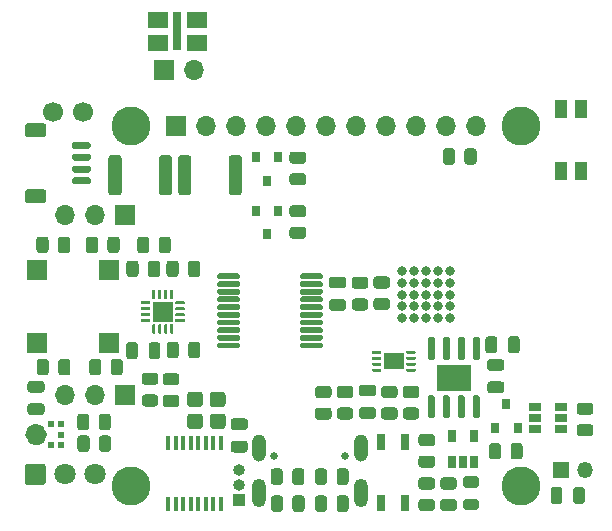
<source format=gbr>
%TF.GenerationSoftware,KiCad,Pcbnew,5.1.9*%
%TF.CreationDate,2021-02-12T16:46:07+00:00*%
%TF.ProjectId,watch2,77617463-6832-42e6-9b69-6361645f7063,rev?*%
%TF.SameCoordinates,Original*%
%TF.FileFunction,Soldermask,Top*%
%TF.FilePolarity,Negative*%
%FSLAX46Y46*%
G04 Gerber Fmt 4.6, Leading zero omitted, Abs format (unit mm)*
G04 Created by KiCad (PCBNEW 5.1.9) date 2021-02-12 16:46:07*
%MOMM*%
%LPD*%
G01*
G04 APERTURE LIST*
%ADD10C,0.912000*%
%ADD11R,1.000000X1.550000*%
%ADD12C,0.800000*%
%ADD13C,0.600000*%
%ADD14C,0.630000*%
%ADD15O,1.158000X2.316000*%
%ADD16O,1.200000X2.400000*%
%ADD17R,1.700000X1.700000*%
%ADD18O,1.700000X1.700000*%
%ADD19C,3.301600*%
%ADD20R,1.350000X1.350000*%
%ADD21O,1.350000X1.350000*%
%ADD22R,0.700000X3.200000*%
%ADD23R,1.700000X1.350000*%
%ADD24R,1.000000X1.000000*%
%ADD25O,1.000000X1.000000*%
%ADD26C,1.700000*%
%ADD27R,1.800000X1.800000*%
%ADD28R,0.522000X0.600000*%
%ADD29R,0.800000X0.900000*%
%ADD30R,0.700000X1.450000*%
%ADD31R,0.400000X1.200000*%
%ADD32R,0.650000X1.060000*%
%ADD33R,1.700000X1.400000*%
%ADD34R,1.060000X0.650000*%
%ADD35R,3.000000X2.290000*%
%ADD36C,1.800000*%
G04 APERTURE END LIST*
D10*
%TO.C,MK1*%
X129551500Y-113855500D02*
G75*
G03*
X129551500Y-113855500I-456000J0D01*
G01*
%TD*%
D11*
%TO.C,IO0*%
X175221000Y-91525000D03*
X175221000Y-86275000D03*
X173521000Y-86275000D03*
X173521000Y-91525000D03*
%TD*%
D12*
%TO.C,U7*%
X164106000Y-100000000D03*
X163106000Y-100000000D03*
X162106000Y-100000000D03*
X161106000Y-100000000D03*
X160106000Y-100000000D03*
X164106000Y-102000000D03*
X163106000Y-102000000D03*
X162106000Y-102000000D03*
X161106000Y-102000000D03*
X160106000Y-102000000D03*
X160106000Y-101000000D03*
X161106000Y-101000000D03*
X162106000Y-101000000D03*
X163106000Y-101000000D03*
X164106000Y-101000000D03*
X164106000Y-103000000D03*
X163106000Y-103000000D03*
X162106000Y-103000000D03*
X161106000Y-103000000D03*
X160106000Y-103000000D03*
X160106000Y-104000000D03*
X161106000Y-104000000D03*
X162106000Y-104000000D03*
X163106000Y-104000000D03*
X164106000Y-104000000D03*
%TD*%
D13*
%TO.C,J1*%
X149273000Y-115697000D03*
D14*
X149273000Y-115697000D03*
X155273000Y-115697000D03*
D15*
X156593000Y-114972000D03*
X147953000Y-114972000D03*
D16*
X156593000Y-118797000D03*
X147953000Y-118797000D03*
%TD*%
%TO.C,R28*%
G36*
G01*
X139497000Y-93334750D02*
X139497000Y-90434250D01*
G75*
G02*
X139746750Y-90184500I249750J0D01*
G01*
X140372250Y-90184500D01*
G75*
G02*
X140622000Y-90434250I0J-249750D01*
G01*
X140622000Y-93334750D01*
G75*
G02*
X140372250Y-93584500I-249750J0D01*
G01*
X139746750Y-93584500D01*
G75*
G02*
X139497000Y-93334750I0J249750D01*
G01*
G37*
G36*
G01*
X135222000Y-93334750D02*
X135222000Y-90434250D01*
G75*
G02*
X135471750Y-90184500I249750J0D01*
G01*
X136097250Y-90184500D01*
G75*
G02*
X136347000Y-90434250I0J-249750D01*
G01*
X136347000Y-93334750D01*
G75*
G02*
X136097250Y-93584500I-249750J0D01*
G01*
X135471750Y-93584500D01*
G75*
G02*
X135222000Y-93334750I0J249750D01*
G01*
G37*
%TD*%
%TO.C,R32*%
G36*
G01*
X150806999Y-91713000D02*
X151707001Y-91713000D01*
G75*
G02*
X151957000Y-91962999I0J-249999D01*
G01*
X151957000Y-92488001D01*
G75*
G02*
X151707001Y-92738000I-249999J0D01*
G01*
X150806999Y-92738000D01*
G75*
G02*
X150557000Y-92488001I0J249999D01*
G01*
X150557000Y-91962999D01*
G75*
G02*
X150806999Y-91713000I249999J0D01*
G01*
G37*
G36*
G01*
X150806999Y-89888000D02*
X151707001Y-89888000D01*
G75*
G02*
X151957000Y-90137999I0J-249999D01*
G01*
X151957000Y-90663001D01*
G75*
G02*
X151707001Y-90913000I-249999J0D01*
G01*
X150806999Y-90913000D01*
G75*
G02*
X150557000Y-90663001I0J249999D01*
G01*
X150557000Y-90137999D01*
G75*
G02*
X150806999Y-89888000I249999J0D01*
G01*
G37*
%TD*%
D17*
%TO.C,J4*%
X136652000Y-95250000D03*
D18*
X134112000Y-95250000D03*
X131572000Y-95250000D03*
%TD*%
%TO.C,J2*%
G36*
G01*
X132312000Y-89068500D02*
X133562000Y-89068500D01*
G75*
G02*
X133712000Y-89218500I0J-150000D01*
G01*
X133712000Y-89518500D01*
G75*
G02*
X133562000Y-89668500I-150000J0D01*
G01*
X132312000Y-89668500D01*
G75*
G02*
X132162000Y-89518500I0J150000D01*
G01*
X132162000Y-89218500D01*
G75*
G02*
X132312000Y-89068500I150000J0D01*
G01*
G37*
G36*
G01*
X132312000Y-90068500D02*
X133562000Y-90068500D01*
G75*
G02*
X133712000Y-90218500I0J-150000D01*
G01*
X133712000Y-90518500D01*
G75*
G02*
X133562000Y-90668500I-150000J0D01*
G01*
X132312000Y-90668500D01*
G75*
G02*
X132162000Y-90518500I0J150000D01*
G01*
X132162000Y-90218500D01*
G75*
G02*
X132312000Y-90068500I150000J0D01*
G01*
G37*
G36*
G01*
X132312000Y-91068500D02*
X133562000Y-91068500D01*
G75*
G02*
X133712000Y-91218500I0J-150000D01*
G01*
X133712000Y-91518500D01*
G75*
G02*
X133562000Y-91668500I-150000J0D01*
G01*
X132312000Y-91668500D01*
G75*
G02*
X132162000Y-91518500I0J150000D01*
G01*
X132162000Y-91218500D01*
G75*
G02*
X132312000Y-91068500I150000J0D01*
G01*
G37*
G36*
G01*
X132312000Y-92068500D02*
X133562000Y-92068500D01*
G75*
G02*
X133712000Y-92218500I0J-150000D01*
G01*
X133712000Y-92518500D01*
G75*
G02*
X133562000Y-92668500I-150000J0D01*
G01*
X132312000Y-92668500D01*
G75*
G02*
X132162000Y-92518500I0J150000D01*
G01*
X132162000Y-92218500D01*
G75*
G02*
X132312000Y-92068500I150000J0D01*
G01*
G37*
G36*
G01*
X128411999Y-87468500D02*
X129712001Y-87468500D01*
G75*
G02*
X129962000Y-87718499I0J-249999D01*
G01*
X129962000Y-88418501D01*
G75*
G02*
X129712001Y-88668500I-249999J0D01*
G01*
X128411999Y-88668500D01*
G75*
G02*
X128162000Y-88418501I0J249999D01*
G01*
X128162000Y-87718499D01*
G75*
G02*
X128411999Y-87468500I249999J0D01*
G01*
G37*
G36*
G01*
X128411999Y-93068500D02*
X129712001Y-93068500D01*
G75*
G02*
X129962000Y-93318499I0J-249999D01*
G01*
X129962000Y-94018501D01*
G75*
G02*
X129712001Y-94268500I-249999J0D01*
G01*
X128411999Y-94268500D01*
G75*
G02*
X128162000Y-94018501I0J249999D01*
G01*
X128162000Y-93318499D01*
G75*
G02*
X128411999Y-93068500I249999J0D01*
G01*
G37*
%TD*%
%TO.C,U6*%
G36*
G01*
X146357500Y-106178000D02*
X146357500Y-106428000D01*
G75*
G02*
X146232500Y-106553000I-125000J0D01*
G01*
X144582500Y-106553000D01*
G75*
G02*
X144457500Y-106428000I0J125000D01*
G01*
X144457500Y-106178000D01*
G75*
G02*
X144582500Y-106053000I125000J0D01*
G01*
X146232500Y-106053000D01*
G75*
G02*
X146357500Y-106178000I0J-125000D01*
G01*
G37*
G36*
G01*
X146357500Y-105528000D02*
X146357500Y-105778000D01*
G75*
G02*
X146232500Y-105903000I-125000J0D01*
G01*
X144582500Y-105903000D01*
G75*
G02*
X144457500Y-105778000I0J125000D01*
G01*
X144457500Y-105528000D01*
G75*
G02*
X144582500Y-105403000I125000J0D01*
G01*
X146232500Y-105403000D01*
G75*
G02*
X146357500Y-105528000I0J-125000D01*
G01*
G37*
G36*
G01*
X146357500Y-104878000D02*
X146357500Y-105128000D01*
G75*
G02*
X146232500Y-105253000I-125000J0D01*
G01*
X144582500Y-105253000D01*
G75*
G02*
X144457500Y-105128000I0J125000D01*
G01*
X144457500Y-104878000D01*
G75*
G02*
X144582500Y-104753000I125000J0D01*
G01*
X146232500Y-104753000D01*
G75*
G02*
X146357500Y-104878000I0J-125000D01*
G01*
G37*
G36*
G01*
X146357500Y-104228000D02*
X146357500Y-104478000D01*
G75*
G02*
X146232500Y-104603000I-125000J0D01*
G01*
X144582500Y-104603000D01*
G75*
G02*
X144457500Y-104478000I0J125000D01*
G01*
X144457500Y-104228000D01*
G75*
G02*
X144582500Y-104103000I125000J0D01*
G01*
X146232500Y-104103000D01*
G75*
G02*
X146357500Y-104228000I0J-125000D01*
G01*
G37*
G36*
G01*
X146357500Y-103578000D02*
X146357500Y-103828000D01*
G75*
G02*
X146232500Y-103953000I-125000J0D01*
G01*
X144582500Y-103953000D01*
G75*
G02*
X144457500Y-103828000I0J125000D01*
G01*
X144457500Y-103578000D01*
G75*
G02*
X144582500Y-103453000I125000J0D01*
G01*
X146232500Y-103453000D01*
G75*
G02*
X146357500Y-103578000I0J-125000D01*
G01*
G37*
G36*
G01*
X146357500Y-102928000D02*
X146357500Y-103178000D01*
G75*
G02*
X146232500Y-103303000I-125000J0D01*
G01*
X144582500Y-103303000D01*
G75*
G02*
X144457500Y-103178000I0J125000D01*
G01*
X144457500Y-102928000D01*
G75*
G02*
X144582500Y-102803000I125000J0D01*
G01*
X146232500Y-102803000D01*
G75*
G02*
X146357500Y-102928000I0J-125000D01*
G01*
G37*
G36*
G01*
X146357500Y-102278000D02*
X146357500Y-102528000D01*
G75*
G02*
X146232500Y-102653000I-125000J0D01*
G01*
X144582500Y-102653000D01*
G75*
G02*
X144457500Y-102528000I0J125000D01*
G01*
X144457500Y-102278000D01*
G75*
G02*
X144582500Y-102153000I125000J0D01*
G01*
X146232500Y-102153000D01*
G75*
G02*
X146357500Y-102278000I0J-125000D01*
G01*
G37*
G36*
G01*
X146357500Y-101628000D02*
X146357500Y-101878000D01*
G75*
G02*
X146232500Y-102003000I-125000J0D01*
G01*
X144582500Y-102003000D01*
G75*
G02*
X144457500Y-101878000I0J125000D01*
G01*
X144457500Y-101628000D01*
G75*
G02*
X144582500Y-101503000I125000J0D01*
G01*
X146232500Y-101503000D01*
G75*
G02*
X146357500Y-101628000I0J-125000D01*
G01*
G37*
G36*
G01*
X146357500Y-100978000D02*
X146357500Y-101228000D01*
G75*
G02*
X146232500Y-101353000I-125000J0D01*
G01*
X144582500Y-101353000D01*
G75*
G02*
X144457500Y-101228000I0J125000D01*
G01*
X144457500Y-100978000D01*
G75*
G02*
X144582500Y-100853000I125000J0D01*
G01*
X146232500Y-100853000D01*
G75*
G02*
X146357500Y-100978000I0J-125000D01*
G01*
G37*
G36*
G01*
X146357500Y-100328000D02*
X146357500Y-100578000D01*
G75*
G02*
X146232500Y-100703000I-125000J0D01*
G01*
X144582500Y-100703000D01*
G75*
G02*
X144457500Y-100578000I0J125000D01*
G01*
X144457500Y-100328000D01*
G75*
G02*
X144582500Y-100203000I125000J0D01*
G01*
X146232500Y-100203000D01*
G75*
G02*
X146357500Y-100328000I0J-125000D01*
G01*
G37*
G36*
G01*
X153357500Y-100328000D02*
X153357500Y-100578000D01*
G75*
G02*
X153232500Y-100703000I-125000J0D01*
G01*
X151582500Y-100703000D01*
G75*
G02*
X151457500Y-100578000I0J125000D01*
G01*
X151457500Y-100328000D01*
G75*
G02*
X151582500Y-100203000I125000J0D01*
G01*
X153232500Y-100203000D01*
G75*
G02*
X153357500Y-100328000I0J-125000D01*
G01*
G37*
G36*
G01*
X153357500Y-100978000D02*
X153357500Y-101228000D01*
G75*
G02*
X153232500Y-101353000I-125000J0D01*
G01*
X151582500Y-101353000D01*
G75*
G02*
X151457500Y-101228000I0J125000D01*
G01*
X151457500Y-100978000D01*
G75*
G02*
X151582500Y-100853000I125000J0D01*
G01*
X153232500Y-100853000D01*
G75*
G02*
X153357500Y-100978000I0J-125000D01*
G01*
G37*
G36*
G01*
X153357500Y-101628000D02*
X153357500Y-101878000D01*
G75*
G02*
X153232500Y-102003000I-125000J0D01*
G01*
X151582500Y-102003000D01*
G75*
G02*
X151457500Y-101878000I0J125000D01*
G01*
X151457500Y-101628000D01*
G75*
G02*
X151582500Y-101503000I125000J0D01*
G01*
X153232500Y-101503000D01*
G75*
G02*
X153357500Y-101628000I0J-125000D01*
G01*
G37*
G36*
G01*
X153357500Y-102278000D02*
X153357500Y-102528000D01*
G75*
G02*
X153232500Y-102653000I-125000J0D01*
G01*
X151582500Y-102653000D01*
G75*
G02*
X151457500Y-102528000I0J125000D01*
G01*
X151457500Y-102278000D01*
G75*
G02*
X151582500Y-102153000I125000J0D01*
G01*
X153232500Y-102153000D01*
G75*
G02*
X153357500Y-102278000I0J-125000D01*
G01*
G37*
G36*
G01*
X153357500Y-102928000D02*
X153357500Y-103178000D01*
G75*
G02*
X153232500Y-103303000I-125000J0D01*
G01*
X151582500Y-103303000D01*
G75*
G02*
X151457500Y-103178000I0J125000D01*
G01*
X151457500Y-102928000D01*
G75*
G02*
X151582500Y-102803000I125000J0D01*
G01*
X153232500Y-102803000D01*
G75*
G02*
X153357500Y-102928000I0J-125000D01*
G01*
G37*
G36*
G01*
X153357500Y-103578000D02*
X153357500Y-103828000D01*
G75*
G02*
X153232500Y-103953000I-125000J0D01*
G01*
X151582500Y-103953000D01*
G75*
G02*
X151457500Y-103828000I0J125000D01*
G01*
X151457500Y-103578000D01*
G75*
G02*
X151582500Y-103453000I125000J0D01*
G01*
X153232500Y-103453000D01*
G75*
G02*
X153357500Y-103578000I0J-125000D01*
G01*
G37*
G36*
G01*
X153357500Y-104228000D02*
X153357500Y-104478000D01*
G75*
G02*
X153232500Y-104603000I-125000J0D01*
G01*
X151582500Y-104603000D01*
G75*
G02*
X151457500Y-104478000I0J125000D01*
G01*
X151457500Y-104228000D01*
G75*
G02*
X151582500Y-104103000I125000J0D01*
G01*
X153232500Y-104103000D01*
G75*
G02*
X153357500Y-104228000I0J-125000D01*
G01*
G37*
G36*
G01*
X153357500Y-104878000D02*
X153357500Y-105128000D01*
G75*
G02*
X153232500Y-105253000I-125000J0D01*
G01*
X151582500Y-105253000D01*
G75*
G02*
X151457500Y-105128000I0J125000D01*
G01*
X151457500Y-104878000D01*
G75*
G02*
X151582500Y-104753000I125000J0D01*
G01*
X153232500Y-104753000D01*
G75*
G02*
X153357500Y-104878000I0J-125000D01*
G01*
G37*
G36*
G01*
X153357500Y-105528000D02*
X153357500Y-105778000D01*
G75*
G02*
X153232500Y-105903000I-125000J0D01*
G01*
X151582500Y-105903000D01*
G75*
G02*
X151457500Y-105778000I0J125000D01*
G01*
X151457500Y-105528000D01*
G75*
G02*
X151582500Y-105403000I125000J0D01*
G01*
X153232500Y-105403000D01*
G75*
G02*
X153357500Y-105528000I0J-125000D01*
G01*
G37*
G36*
G01*
X153357500Y-106178000D02*
X153357500Y-106428000D01*
G75*
G02*
X153232500Y-106553000I-125000J0D01*
G01*
X151582500Y-106553000D01*
G75*
G02*
X151457500Y-106428000I0J125000D01*
G01*
X151457500Y-106178000D01*
G75*
G02*
X151582500Y-106053000I125000J0D01*
G01*
X153232500Y-106053000D01*
G75*
G02*
X153357500Y-106178000I0J-125000D01*
G01*
G37*
%TD*%
D19*
%TO.C,U$7*%
X137134600Y-118198900D03*
%TD*%
%TO.C,U$8*%
X170154600Y-118198900D03*
%TD*%
%TO.C,U$9*%
X137134600Y-87718900D03*
%TD*%
%TO.C,U$10*%
X170154600Y-87718900D03*
%TD*%
D20*
%TO.C,BT1*%
X173577500Y-116840000D03*
D21*
X175577500Y-116840000D03*
%TD*%
%TO.C,C1*%
G36*
G01*
X145829000Y-112466500D02*
X146779000Y-112466500D01*
G75*
G02*
X147029000Y-112716500I0J-250000D01*
G01*
X147029000Y-113216500D01*
G75*
G02*
X146779000Y-113466500I-250000J0D01*
G01*
X145829000Y-113466500D01*
G75*
G02*
X145579000Y-113216500I0J250000D01*
G01*
X145579000Y-112716500D01*
G75*
G02*
X145829000Y-112466500I250000J0D01*
G01*
G37*
G36*
G01*
X145829000Y-114366500D02*
X146779000Y-114366500D01*
G75*
G02*
X147029000Y-114616500I0J-250000D01*
G01*
X147029000Y-115116500D01*
G75*
G02*
X146779000Y-115366500I-250000J0D01*
G01*
X145829000Y-115366500D01*
G75*
G02*
X145579000Y-115116500I0J250000D01*
G01*
X145579000Y-114616500D01*
G75*
G02*
X145829000Y-114366500I250000J0D01*
G01*
G37*
%TD*%
%TO.C,C2*%
G36*
G01*
X174567000Y-119474000D02*
X174567000Y-118524000D01*
G75*
G02*
X174817000Y-118274000I250000J0D01*
G01*
X175317000Y-118274000D01*
G75*
G02*
X175567000Y-118524000I0J-250000D01*
G01*
X175567000Y-119474000D01*
G75*
G02*
X175317000Y-119724000I-250000J0D01*
G01*
X174817000Y-119724000D01*
G75*
G02*
X174567000Y-119474000I0J250000D01*
G01*
G37*
G36*
G01*
X172667000Y-119474000D02*
X172667000Y-118524000D01*
G75*
G02*
X172917000Y-118274000I250000J0D01*
G01*
X173417000Y-118274000D01*
G75*
G02*
X173667000Y-118524000I0J-250000D01*
G01*
X173667000Y-119474000D01*
G75*
G02*
X173417000Y-119724000I-250000J0D01*
G01*
X172917000Y-119724000D01*
G75*
G02*
X172667000Y-119474000I0J250000D01*
G01*
G37*
%TD*%
%TO.C,C3*%
G36*
G01*
X156687500Y-111514000D02*
X157637500Y-111514000D01*
G75*
G02*
X157887500Y-111764000I0J-250000D01*
G01*
X157887500Y-112264000D01*
G75*
G02*
X157637500Y-112514000I-250000J0D01*
G01*
X156687500Y-112514000D01*
G75*
G02*
X156437500Y-112264000I0J250000D01*
G01*
X156437500Y-111764000D01*
G75*
G02*
X156687500Y-111514000I250000J0D01*
G01*
G37*
G36*
G01*
X156687500Y-109614000D02*
X157637500Y-109614000D01*
G75*
G02*
X157887500Y-109864000I0J-250000D01*
G01*
X157887500Y-110364000D01*
G75*
G02*
X157637500Y-110614000I-250000J0D01*
G01*
X156687500Y-110614000D01*
G75*
G02*
X156437500Y-110364000I0J250000D01*
G01*
X156437500Y-109864000D01*
G75*
G02*
X156687500Y-109614000I250000J0D01*
G01*
G37*
%TD*%
%TO.C,C4*%
G36*
G01*
X167546000Y-107450000D02*
X168496000Y-107450000D01*
G75*
G02*
X168746000Y-107700000I0J-250000D01*
G01*
X168746000Y-108200000D01*
G75*
G02*
X168496000Y-108450000I-250000J0D01*
G01*
X167546000Y-108450000D01*
G75*
G02*
X167296000Y-108200000I0J250000D01*
G01*
X167296000Y-107700000D01*
G75*
G02*
X167546000Y-107450000I250000J0D01*
G01*
G37*
G36*
G01*
X167546000Y-109350000D02*
X168496000Y-109350000D01*
G75*
G02*
X168746000Y-109600000I0J-250000D01*
G01*
X168746000Y-110100000D01*
G75*
G02*
X168496000Y-110350000I-250000J0D01*
G01*
X167546000Y-110350000D01*
G75*
G02*
X167296000Y-110100000I0J250000D01*
G01*
X167296000Y-109600000D01*
G75*
G02*
X167546000Y-109350000I250000J0D01*
G01*
G37*
%TD*%
%TO.C,C5*%
G36*
G01*
X155097500Y-103367500D02*
X154147500Y-103367500D01*
G75*
G02*
X153897500Y-103117500I0J250000D01*
G01*
X153897500Y-102617500D01*
G75*
G02*
X154147500Y-102367500I250000J0D01*
G01*
X155097500Y-102367500D01*
G75*
G02*
X155347500Y-102617500I0J-250000D01*
G01*
X155347500Y-103117500D01*
G75*
G02*
X155097500Y-103367500I-250000J0D01*
G01*
G37*
G36*
G01*
X155097500Y-101467500D02*
X154147500Y-101467500D01*
G75*
G02*
X153897500Y-101217500I0J250000D01*
G01*
X153897500Y-100717500D01*
G75*
G02*
X154147500Y-100467500I250000J0D01*
G01*
X155097500Y-100467500D01*
G75*
G02*
X155347500Y-100717500I0J-250000D01*
G01*
X155347500Y-101217500D01*
G75*
G02*
X155097500Y-101467500I-250000J0D01*
G01*
G37*
%TD*%
%TO.C,C6*%
G36*
G01*
X169045000Y-106710500D02*
X169045000Y-105760500D01*
G75*
G02*
X169295000Y-105510500I250000J0D01*
G01*
X169795000Y-105510500D01*
G75*
G02*
X170045000Y-105760500I0J-250000D01*
G01*
X170045000Y-106710500D01*
G75*
G02*
X169795000Y-106960500I-250000J0D01*
G01*
X169295000Y-106960500D01*
G75*
G02*
X169045000Y-106710500I0J250000D01*
G01*
G37*
G36*
G01*
X167145000Y-106710500D02*
X167145000Y-105760500D01*
G75*
G02*
X167395000Y-105510500I250000J0D01*
G01*
X167895000Y-105510500D01*
G75*
G02*
X168145000Y-105760500I0J-250000D01*
G01*
X168145000Y-106710500D01*
G75*
G02*
X167895000Y-106960500I-250000J0D01*
G01*
X167395000Y-106960500D01*
G75*
G02*
X167145000Y-106710500I0J250000D01*
G01*
G37*
%TD*%
%TO.C,C7*%
G36*
G01*
X138623500Y-107218500D02*
X138623500Y-106268500D01*
G75*
G02*
X138873500Y-106018500I250000J0D01*
G01*
X139373500Y-106018500D01*
G75*
G02*
X139623500Y-106268500I0J-250000D01*
G01*
X139623500Y-107218500D01*
G75*
G02*
X139373500Y-107468500I-250000J0D01*
G01*
X138873500Y-107468500D01*
G75*
G02*
X138623500Y-107218500I0J250000D01*
G01*
G37*
G36*
G01*
X136723500Y-107218500D02*
X136723500Y-106268500D01*
G75*
G02*
X136973500Y-106018500I250000J0D01*
G01*
X137473500Y-106018500D01*
G75*
G02*
X137723500Y-106268500I0J-250000D01*
G01*
X137723500Y-107218500D01*
G75*
G02*
X137473500Y-107468500I-250000J0D01*
G01*
X136973500Y-107468500D01*
G75*
G02*
X136723500Y-107218500I0J250000D01*
G01*
G37*
%TD*%
%TO.C,C8*%
G36*
G01*
X129570500Y-112196500D02*
X128620500Y-112196500D01*
G75*
G02*
X128370500Y-111946500I0J250000D01*
G01*
X128370500Y-111446500D01*
G75*
G02*
X128620500Y-111196500I250000J0D01*
G01*
X129570500Y-111196500D01*
G75*
G02*
X129820500Y-111446500I0J-250000D01*
G01*
X129820500Y-111946500D01*
G75*
G02*
X129570500Y-112196500I-250000J0D01*
G01*
G37*
G36*
G01*
X129570500Y-110296500D02*
X128620500Y-110296500D01*
G75*
G02*
X128370500Y-110046500I0J250000D01*
G01*
X128370500Y-109546500D01*
G75*
G02*
X128620500Y-109296500I250000J0D01*
G01*
X129570500Y-109296500D01*
G75*
G02*
X129820500Y-109546500I0J-250000D01*
G01*
X129820500Y-110046500D01*
G75*
G02*
X129570500Y-110296500I-250000J0D01*
G01*
G37*
%TD*%
%TO.C,D1*%
G36*
G01*
X166383500Y-118336000D02*
X165467500Y-118336000D01*
G75*
G02*
X165275500Y-118144000I0J192000D01*
G01*
X165275500Y-117528000D01*
G75*
G02*
X165467500Y-117336000I192000J0D01*
G01*
X166383500Y-117336000D01*
G75*
G02*
X166575500Y-117528000I0J-192000D01*
G01*
X166575500Y-118144000D01*
G75*
G02*
X166383500Y-118336000I-192000J0D01*
G01*
G37*
G36*
G01*
X166383500Y-120261000D02*
X165467500Y-120261000D01*
G75*
G02*
X165275500Y-120069000I0J192000D01*
G01*
X165275500Y-119453000D01*
G75*
G02*
X165467500Y-119261000I192000J0D01*
G01*
X166383500Y-119261000D01*
G75*
G02*
X166575500Y-119453000I0J-192000D01*
G01*
X166575500Y-120069000D01*
G75*
G02*
X166383500Y-120261000I-192000J0D01*
G01*
G37*
%TD*%
%TO.C,D2*%
G36*
G01*
X141895000Y-111271000D02*
X141895000Y-110471000D01*
G75*
G02*
X142145000Y-110221000I250000J0D01*
G01*
X142970000Y-110221000D01*
G75*
G02*
X143220000Y-110471000I0J-250000D01*
G01*
X143220000Y-111271000D01*
G75*
G02*
X142970000Y-111521000I-250000J0D01*
G01*
X142145000Y-111521000D01*
G75*
G02*
X141895000Y-111271000I0J250000D01*
G01*
G37*
G36*
G01*
X143820000Y-111271000D02*
X143820000Y-110471000D01*
G75*
G02*
X144070000Y-110221000I250000J0D01*
G01*
X144895000Y-110221000D01*
G75*
G02*
X145145000Y-110471000I0J-250000D01*
G01*
X145145000Y-111271000D01*
G75*
G02*
X144895000Y-111521000I-250000J0D01*
G01*
X144070000Y-111521000D01*
G75*
G02*
X143820000Y-111271000I0J250000D01*
G01*
G37*
%TD*%
%TO.C,D3*%
G36*
G01*
X141895000Y-113112500D02*
X141895000Y-112312500D01*
G75*
G02*
X142145000Y-112062500I250000J0D01*
G01*
X142970000Y-112062500D01*
G75*
G02*
X143220000Y-112312500I0J-250000D01*
G01*
X143220000Y-113112500D01*
G75*
G02*
X142970000Y-113362500I-250000J0D01*
G01*
X142145000Y-113362500D01*
G75*
G02*
X141895000Y-113112500I0J250000D01*
G01*
G37*
G36*
G01*
X143820000Y-113112500D02*
X143820000Y-112312500D01*
G75*
G02*
X144070000Y-112062500I250000J0D01*
G01*
X144895000Y-112062500D01*
G75*
G02*
X145145000Y-112312500I0J-250000D01*
G01*
X145145000Y-113112500D01*
G75*
G02*
X144895000Y-113362500I-250000J0D01*
G01*
X144070000Y-113362500D01*
G75*
G02*
X143820000Y-113112500I0J250000D01*
G01*
G37*
%TD*%
D22*
%TO.C,D4*%
X141071600Y-79692500D03*
D23*
X139382500Y-78740000D03*
X139382500Y-80670400D03*
X142735300Y-80670400D03*
X142735300Y-78740000D03*
%TD*%
D24*
%TO.C,J3*%
X146304000Y-119380000D03*
D25*
X146304000Y-118110000D03*
X146304000Y-116840000D03*
%TD*%
D18*
%TO.C,J5*%
X131572000Y-110490000D03*
X134112000Y-110490000D03*
D17*
X136652000Y-110490000D03*
%TD*%
%TO.C,J6*%
X140970000Y-87757000D03*
D18*
X143510000Y-87757000D03*
X146050000Y-87757000D03*
X148590000Y-87757000D03*
X151130000Y-87757000D03*
X153670000Y-87757000D03*
X156210000Y-87757000D03*
X158750000Y-87757000D03*
X161290000Y-87757000D03*
X163830000Y-87757000D03*
X166370000Y-87757000D03*
%TD*%
D26*
%TO.C,J7*%
X130556000Y-86550500D03*
X133096000Y-86550500D03*
%TD*%
D18*
%TO.C,J8*%
X142430500Y-82994500D03*
D17*
X139890500Y-82994500D03*
%TD*%
D27*
%TO.C,LS1*%
X135309000Y-106072000D03*
X129159000Y-106072000D03*
X129159000Y-99922000D03*
X135309000Y-99922000D03*
%TD*%
D28*
%TO.C,MK1*%
X130347500Y-112955500D03*
X131169500Y-112955500D03*
X131169500Y-113855500D03*
X131169500Y-114755500D03*
X130347500Y-114755500D03*
D12*
X129095500Y-113855500D03*
%TD*%
D29*
%TO.C,Q1*%
X167962500Y-113284000D03*
X169862500Y-113284000D03*
X168912500Y-111284000D03*
%TD*%
%TO.C,Q2*%
X149603500Y-90376500D03*
X147703500Y-90376500D03*
X148653500Y-92376500D03*
%TD*%
%TO.C,Q3*%
X148653500Y-96901000D03*
X147703500Y-94901000D03*
X149603500Y-94901000D03*
%TD*%
%TO.C,R1*%
G36*
G01*
X164573000Y-89846999D02*
X164573000Y-90747001D01*
G75*
G02*
X164323001Y-90997000I-249999J0D01*
G01*
X163797999Y-90997000D01*
G75*
G02*
X163548000Y-90747001I0J249999D01*
G01*
X163548000Y-89846999D01*
G75*
G02*
X163797999Y-89597000I249999J0D01*
G01*
X164323001Y-89597000D01*
G75*
G02*
X164573000Y-89846999I0J-249999D01*
G01*
G37*
G36*
G01*
X166398000Y-89846999D02*
X166398000Y-90747001D01*
G75*
G02*
X166148001Y-90997000I-249999J0D01*
G01*
X165622999Y-90997000D01*
G75*
G02*
X165373000Y-90747001I0J249999D01*
G01*
X165373000Y-89846999D01*
G75*
G02*
X165622999Y-89597000I249999J0D01*
G01*
X166148001Y-89597000D01*
G75*
G02*
X166398000Y-89846999I0J-249999D01*
G01*
G37*
%TD*%
%TO.C,R2*%
G36*
G01*
X156077499Y-100492500D02*
X156977501Y-100492500D01*
G75*
G02*
X157227500Y-100742499I0J-249999D01*
G01*
X157227500Y-101267501D01*
G75*
G02*
X156977501Y-101517500I-249999J0D01*
G01*
X156077499Y-101517500D01*
G75*
G02*
X155827500Y-101267501I0J249999D01*
G01*
X155827500Y-100742499D01*
G75*
G02*
X156077499Y-100492500I249999J0D01*
G01*
G37*
G36*
G01*
X156077499Y-102317500D02*
X156977501Y-102317500D01*
G75*
G02*
X157227500Y-102567499I0J-249999D01*
G01*
X157227500Y-103092501D01*
G75*
G02*
X156977501Y-103342500I-249999J0D01*
G01*
X156077499Y-103342500D01*
G75*
G02*
X155827500Y-103092501I0J249999D01*
G01*
X155827500Y-102567499D01*
G75*
G02*
X156077499Y-102317500I249999J0D01*
G01*
G37*
%TD*%
%TO.C,R3*%
G36*
G01*
X157918999Y-102277500D02*
X158819001Y-102277500D01*
G75*
G02*
X159069000Y-102527499I0J-249999D01*
G01*
X159069000Y-103052501D01*
G75*
G02*
X158819001Y-103302500I-249999J0D01*
G01*
X157918999Y-103302500D01*
G75*
G02*
X157669000Y-103052501I0J249999D01*
G01*
X157669000Y-102527499D01*
G75*
G02*
X157918999Y-102277500I249999J0D01*
G01*
G37*
G36*
G01*
X157918999Y-100452500D02*
X158819001Y-100452500D01*
G75*
G02*
X159069000Y-100702499I0J-249999D01*
G01*
X159069000Y-101227501D01*
G75*
G02*
X158819001Y-101477500I-249999J0D01*
G01*
X157918999Y-101477500D01*
G75*
G02*
X157669000Y-101227501I0J249999D01*
G01*
X157669000Y-100702499D01*
G75*
G02*
X157918999Y-100452500I249999J0D01*
G01*
G37*
%TD*%
%TO.C,R4*%
G36*
G01*
X150791500Y-117861501D02*
X150791500Y-116961499D01*
G75*
G02*
X151041499Y-116711500I249999J0D01*
G01*
X151566501Y-116711500D01*
G75*
G02*
X151816500Y-116961499I0J-249999D01*
G01*
X151816500Y-117861501D01*
G75*
G02*
X151566501Y-118111500I-249999J0D01*
G01*
X151041499Y-118111500D01*
G75*
G02*
X150791500Y-117861501I0J249999D01*
G01*
G37*
G36*
G01*
X148966500Y-117861501D02*
X148966500Y-116961499D01*
G75*
G02*
X149216499Y-116711500I249999J0D01*
G01*
X149741501Y-116711500D01*
G75*
G02*
X149991500Y-116961499I0J-249999D01*
G01*
X149991500Y-117861501D01*
G75*
G02*
X149741501Y-118111500I-249999J0D01*
G01*
X149216499Y-118111500D01*
G75*
G02*
X148966500Y-117861501I0J249999D01*
G01*
G37*
%TD*%
%TO.C,R5*%
G36*
G01*
X148983000Y-120147501D02*
X148983000Y-119247499D01*
G75*
G02*
X149232999Y-118997500I249999J0D01*
G01*
X149758001Y-118997500D01*
G75*
G02*
X150008000Y-119247499I0J-249999D01*
G01*
X150008000Y-120147501D01*
G75*
G02*
X149758001Y-120397500I-249999J0D01*
G01*
X149232999Y-120397500D01*
G75*
G02*
X148983000Y-120147501I0J249999D01*
G01*
G37*
G36*
G01*
X150808000Y-120147501D02*
X150808000Y-119247499D01*
G75*
G02*
X151057999Y-118997500I249999J0D01*
G01*
X151583001Y-118997500D01*
G75*
G02*
X151833000Y-119247499I0J-249999D01*
G01*
X151833000Y-120147501D01*
G75*
G02*
X151583001Y-120397500I-249999J0D01*
G01*
X151057999Y-120397500D01*
G75*
G02*
X150808000Y-120147501I0J249999D01*
G01*
G37*
%TD*%
%TO.C,R6*%
G36*
G01*
X161728999Y-117470500D02*
X162629001Y-117470500D01*
G75*
G02*
X162879000Y-117720499I0J-249999D01*
G01*
X162879000Y-118245501D01*
G75*
G02*
X162629001Y-118495500I-249999J0D01*
G01*
X161728999Y-118495500D01*
G75*
G02*
X161479000Y-118245501I0J249999D01*
G01*
X161479000Y-117720499D01*
G75*
G02*
X161728999Y-117470500I249999J0D01*
G01*
G37*
G36*
G01*
X161728999Y-119295500D02*
X162629001Y-119295500D01*
G75*
G02*
X162879000Y-119545499I0J-249999D01*
G01*
X162879000Y-120070501D01*
G75*
G02*
X162629001Y-120320500I-249999J0D01*
G01*
X161728999Y-120320500D01*
G75*
G02*
X161479000Y-120070501I0J249999D01*
G01*
X161479000Y-119545499D01*
G75*
G02*
X161728999Y-119295500I249999J0D01*
G01*
G37*
%TD*%
%TO.C,R7*%
G36*
G01*
X153738000Y-116961499D02*
X153738000Y-117861501D01*
G75*
G02*
X153488001Y-118111500I-249999J0D01*
G01*
X152962999Y-118111500D01*
G75*
G02*
X152713000Y-117861501I0J249999D01*
G01*
X152713000Y-116961499D01*
G75*
G02*
X152962999Y-116711500I249999J0D01*
G01*
X153488001Y-116711500D01*
G75*
G02*
X153738000Y-116961499I0J-249999D01*
G01*
G37*
G36*
G01*
X155563000Y-116961499D02*
X155563000Y-117861501D01*
G75*
G02*
X155313001Y-118111500I-249999J0D01*
G01*
X154787999Y-118111500D01*
G75*
G02*
X154538000Y-117861501I0J249999D01*
G01*
X154538000Y-116961499D01*
G75*
G02*
X154787999Y-116711500I249999J0D01*
G01*
X155313001Y-116711500D01*
G75*
G02*
X155563000Y-116961499I0J-249999D01*
G01*
G37*
%TD*%
%TO.C,R8*%
G36*
G01*
X153738000Y-119247499D02*
X153738000Y-120147501D01*
G75*
G02*
X153488001Y-120397500I-249999J0D01*
G01*
X152962999Y-120397500D01*
G75*
G02*
X152713000Y-120147501I0J249999D01*
G01*
X152713000Y-119247499D01*
G75*
G02*
X152962999Y-118997500I249999J0D01*
G01*
X153488001Y-118997500D01*
G75*
G02*
X153738000Y-119247499I0J-249999D01*
G01*
G37*
G36*
G01*
X155563000Y-119247499D02*
X155563000Y-120147501D01*
G75*
G02*
X155313001Y-120397500I-249999J0D01*
G01*
X154787999Y-120397500D01*
G75*
G02*
X154538000Y-120147501I0J249999D01*
G01*
X154538000Y-119247499D01*
G75*
G02*
X154787999Y-118997500I249999J0D01*
G01*
X155313001Y-118997500D01*
G75*
G02*
X155563000Y-119247499I0J-249999D01*
G01*
G37*
%TD*%
%TO.C,R9*%
G36*
G01*
X161728999Y-113804000D02*
X162629001Y-113804000D01*
G75*
G02*
X162879000Y-114053999I0J-249999D01*
G01*
X162879000Y-114579001D01*
G75*
G02*
X162629001Y-114829000I-249999J0D01*
G01*
X161728999Y-114829000D01*
G75*
G02*
X161479000Y-114579001I0J249999D01*
G01*
X161479000Y-114053999D01*
G75*
G02*
X161728999Y-113804000I249999J0D01*
G01*
G37*
G36*
G01*
X161728999Y-115629000D02*
X162629001Y-115629000D01*
G75*
G02*
X162879000Y-115878999I0J-249999D01*
G01*
X162879000Y-116404001D01*
G75*
G02*
X162629001Y-116654000I-249999J0D01*
G01*
X161728999Y-116654000D01*
G75*
G02*
X161479000Y-116404001I0J249999D01*
G01*
X161479000Y-115878999D01*
G75*
G02*
X161728999Y-115629000I249999J0D01*
G01*
G37*
%TD*%
%TO.C,R10*%
G36*
G01*
X164470501Y-118495500D02*
X163570499Y-118495500D01*
G75*
G02*
X163320500Y-118245501I0J249999D01*
G01*
X163320500Y-117720499D01*
G75*
G02*
X163570499Y-117470500I249999J0D01*
G01*
X164470501Y-117470500D01*
G75*
G02*
X164720500Y-117720499I0J-249999D01*
G01*
X164720500Y-118245501D01*
G75*
G02*
X164470501Y-118495500I-249999J0D01*
G01*
G37*
G36*
G01*
X164470501Y-120320500D02*
X163570499Y-120320500D01*
G75*
G02*
X163320500Y-120070501I0J249999D01*
G01*
X163320500Y-119545499D01*
G75*
G02*
X163570499Y-119295500I249999J0D01*
G01*
X164470501Y-119295500D01*
G75*
G02*
X164720500Y-119545499I0J-249999D01*
G01*
X164720500Y-120070501D01*
G75*
G02*
X164470501Y-120320500I-249999J0D01*
G01*
G37*
%TD*%
%TO.C,R11*%
G36*
G01*
X137663500Y-98240001D02*
X137663500Y-97339999D01*
G75*
G02*
X137913499Y-97090000I249999J0D01*
G01*
X138438501Y-97090000D01*
G75*
G02*
X138688500Y-97339999I0J-249999D01*
G01*
X138688500Y-98240001D01*
G75*
G02*
X138438501Y-98490000I-249999J0D01*
G01*
X137913499Y-98490000D01*
G75*
G02*
X137663500Y-98240001I0J249999D01*
G01*
G37*
G36*
G01*
X139488500Y-98240001D02*
X139488500Y-97339999D01*
G75*
G02*
X139738499Y-97090000I249999J0D01*
G01*
X140263501Y-97090000D01*
G75*
G02*
X140513500Y-97339999I0J-249999D01*
G01*
X140513500Y-98240001D01*
G75*
G02*
X140263501Y-98490000I-249999J0D01*
G01*
X139738499Y-98490000D01*
G75*
G02*
X139488500Y-98240001I0J249999D01*
G01*
G37*
%TD*%
%TO.C,R12*%
G36*
G01*
X135147000Y-98240001D02*
X135147000Y-97339999D01*
G75*
G02*
X135396999Y-97090000I249999J0D01*
G01*
X135922001Y-97090000D01*
G75*
G02*
X136172000Y-97339999I0J-249999D01*
G01*
X136172000Y-98240001D01*
G75*
G02*
X135922001Y-98490000I-249999J0D01*
G01*
X135396999Y-98490000D01*
G75*
G02*
X135147000Y-98240001I0J249999D01*
G01*
G37*
G36*
G01*
X133322000Y-98240001D02*
X133322000Y-97339999D01*
G75*
G02*
X133571999Y-97090000I249999J0D01*
G01*
X134097001Y-97090000D01*
G75*
G02*
X134347000Y-97339999I0J-249999D01*
G01*
X134347000Y-98240001D01*
G75*
G02*
X134097001Y-98490000I-249999J0D01*
G01*
X133571999Y-98490000D01*
G75*
G02*
X133322000Y-98240001I0J249999D01*
G01*
G37*
%TD*%
%TO.C,R13*%
G36*
G01*
X129131000Y-98240001D02*
X129131000Y-97339999D01*
G75*
G02*
X129380999Y-97090000I249999J0D01*
G01*
X129906001Y-97090000D01*
G75*
G02*
X130156000Y-97339999I0J-249999D01*
G01*
X130156000Y-98240001D01*
G75*
G02*
X129906001Y-98490000I-249999J0D01*
G01*
X129380999Y-98490000D01*
G75*
G02*
X129131000Y-98240001I0J249999D01*
G01*
G37*
G36*
G01*
X130956000Y-98240001D02*
X130956000Y-97339999D01*
G75*
G02*
X131205999Y-97090000I249999J0D01*
G01*
X131731001Y-97090000D01*
G75*
G02*
X131981000Y-97339999I0J-249999D01*
G01*
X131981000Y-98240001D01*
G75*
G02*
X131731001Y-98490000I-249999J0D01*
G01*
X131205999Y-98490000D01*
G75*
G02*
X130956000Y-98240001I0J249999D01*
G01*
G37*
%TD*%
%TO.C,R14*%
G36*
G01*
X176027501Y-113987000D02*
X175127499Y-113987000D01*
G75*
G02*
X174877500Y-113737001I0J249999D01*
G01*
X174877500Y-113211999D01*
G75*
G02*
X175127499Y-112962000I249999J0D01*
G01*
X176027501Y-112962000D01*
G75*
G02*
X176277500Y-113211999I0J-249999D01*
G01*
X176277500Y-113737001D01*
G75*
G02*
X176027501Y-113987000I-249999J0D01*
G01*
G37*
G36*
G01*
X176027501Y-112162000D02*
X175127499Y-112162000D01*
G75*
G02*
X174877500Y-111912001I0J249999D01*
G01*
X174877500Y-111386999D01*
G75*
G02*
X175127499Y-111137000I249999J0D01*
G01*
X176027501Y-111137000D01*
G75*
G02*
X176277500Y-111386999I0J-249999D01*
G01*
X176277500Y-111912001D01*
G75*
G02*
X176027501Y-112162000I-249999J0D01*
G01*
G37*
%TD*%
%TO.C,R15*%
G36*
G01*
X160395499Y-109723500D02*
X161295501Y-109723500D01*
G75*
G02*
X161545500Y-109973499I0J-249999D01*
G01*
X161545500Y-110498501D01*
G75*
G02*
X161295501Y-110748500I-249999J0D01*
G01*
X160395499Y-110748500D01*
G75*
G02*
X160145500Y-110498501I0J249999D01*
G01*
X160145500Y-109973499D01*
G75*
G02*
X160395499Y-109723500I249999J0D01*
G01*
G37*
G36*
G01*
X160395499Y-111548500D02*
X161295501Y-111548500D01*
G75*
G02*
X161545500Y-111798499I0J-249999D01*
G01*
X161545500Y-112323501D01*
G75*
G02*
X161295501Y-112573500I-249999J0D01*
G01*
X160395499Y-112573500D01*
G75*
G02*
X160145500Y-112323501I0J249999D01*
G01*
X160145500Y-111798499D01*
G75*
G02*
X160395499Y-111548500I249999J0D01*
G01*
G37*
%TD*%
%TO.C,R16*%
G36*
G01*
X158553999Y-111548500D02*
X159454001Y-111548500D01*
G75*
G02*
X159704000Y-111798499I0J-249999D01*
G01*
X159704000Y-112323501D01*
G75*
G02*
X159454001Y-112573500I-249999J0D01*
G01*
X158553999Y-112573500D01*
G75*
G02*
X158304000Y-112323501I0J249999D01*
G01*
X158304000Y-111798499D01*
G75*
G02*
X158553999Y-111548500I249999J0D01*
G01*
G37*
G36*
G01*
X158553999Y-109723500D02*
X159454001Y-109723500D01*
G75*
G02*
X159704000Y-109973499I0J-249999D01*
G01*
X159704000Y-110498501D01*
G75*
G02*
X159454001Y-110748500I-249999J0D01*
G01*
X158553999Y-110748500D01*
G75*
G02*
X158304000Y-110498501I0J249999D01*
G01*
X158304000Y-109973499D01*
G75*
G02*
X158553999Y-109723500I249999J0D01*
G01*
G37*
%TD*%
%TO.C,R17*%
G36*
G01*
X138297499Y-108620500D02*
X139197501Y-108620500D01*
G75*
G02*
X139447500Y-108870499I0J-249999D01*
G01*
X139447500Y-109395501D01*
G75*
G02*
X139197501Y-109645500I-249999J0D01*
G01*
X138297499Y-109645500D01*
G75*
G02*
X138047500Y-109395501I0J249999D01*
G01*
X138047500Y-108870499D01*
G75*
G02*
X138297499Y-108620500I249999J0D01*
G01*
G37*
G36*
G01*
X138297499Y-110445500D02*
X139197501Y-110445500D01*
G75*
G02*
X139447500Y-110695499I0J-249999D01*
G01*
X139447500Y-111220501D01*
G75*
G02*
X139197501Y-111470500I-249999J0D01*
G01*
X138297499Y-111470500D01*
G75*
G02*
X138047500Y-111220501I0J249999D01*
G01*
X138047500Y-110695499D01*
G75*
G02*
X138297499Y-110445500I249999J0D01*
G01*
G37*
%TD*%
%TO.C,R18*%
G36*
G01*
X140075499Y-110485500D02*
X140975501Y-110485500D01*
G75*
G02*
X141225500Y-110735499I0J-249999D01*
G01*
X141225500Y-111260501D01*
G75*
G02*
X140975501Y-111510500I-249999J0D01*
G01*
X140075499Y-111510500D01*
G75*
G02*
X139825500Y-111260501I0J249999D01*
G01*
X139825500Y-110735499D01*
G75*
G02*
X140075499Y-110485500I249999J0D01*
G01*
G37*
G36*
G01*
X140075499Y-108660500D02*
X140975501Y-108660500D01*
G75*
G02*
X141225500Y-108910499I0J-249999D01*
G01*
X141225500Y-109435501D01*
G75*
G02*
X140975501Y-109685500I-249999J0D01*
G01*
X140075499Y-109685500D01*
G75*
G02*
X139825500Y-109435501I0J249999D01*
G01*
X139825500Y-108910499D01*
G75*
G02*
X140075499Y-108660500I249999J0D01*
G01*
G37*
%TD*%
%TO.C,R19*%
G36*
G01*
X129154500Y-108590501D02*
X129154500Y-107690499D01*
G75*
G02*
X129404499Y-107440500I249999J0D01*
G01*
X129929501Y-107440500D01*
G75*
G02*
X130179500Y-107690499I0J-249999D01*
G01*
X130179500Y-108590501D01*
G75*
G02*
X129929501Y-108840500I-249999J0D01*
G01*
X129404499Y-108840500D01*
G75*
G02*
X129154500Y-108590501I0J249999D01*
G01*
G37*
G36*
G01*
X130979500Y-108590501D02*
X130979500Y-107690499D01*
G75*
G02*
X131229499Y-107440500I249999J0D01*
G01*
X131754501Y-107440500D01*
G75*
G02*
X132004500Y-107690499I0J-249999D01*
G01*
X132004500Y-108590501D01*
G75*
G02*
X131754501Y-108840500I-249999J0D01*
G01*
X131229499Y-108840500D01*
G75*
G02*
X130979500Y-108590501I0J249999D01*
G01*
G37*
%TD*%
%TO.C,R20*%
G36*
G01*
X135424500Y-108590501D02*
X135424500Y-107690499D01*
G75*
G02*
X135674499Y-107440500I249999J0D01*
G01*
X136199501Y-107440500D01*
G75*
G02*
X136449500Y-107690499I0J-249999D01*
G01*
X136449500Y-108590501D01*
G75*
G02*
X136199501Y-108840500I-249999J0D01*
G01*
X135674499Y-108840500D01*
G75*
G02*
X135424500Y-108590501I0J249999D01*
G01*
G37*
G36*
G01*
X133599500Y-108590501D02*
X133599500Y-107690499D01*
G75*
G02*
X133849499Y-107440500I249999J0D01*
G01*
X134374501Y-107440500D01*
G75*
G02*
X134624500Y-107690499I0J-249999D01*
G01*
X134624500Y-108590501D01*
G75*
G02*
X134374501Y-108840500I-249999J0D01*
G01*
X133849499Y-108840500D01*
G75*
G02*
X133599500Y-108590501I0J249999D01*
G01*
G37*
%TD*%
%TO.C,R21*%
G36*
G01*
X154807499Y-111548500D02*
X155707501Y-111548500D01*
G75*
G02*
X155957500Y-111798499I0J-249999D01*
G01*
X155957500Y-112323501D01*
G75*
G02*
X155707501Y-112573500I-249999J0D01*
G01*
X154807499Y-112573500D01*
G75*
G02*
X154557500Y-112323501I0J249999D01*
G01*
X154557500Y-111798499D01*
G75*
G02*
X154807499Y-111548500I249999J0D01*
G01*
G37*
G36*
G01*
X154807499Y-109723500D02*
X155707501Y-109723500D01*
G75*
G02*
X155957500Y-109973499I0J-249999D01*
G01*
X155957500Y-110498501D01*
G75*
G02*
X155707501Y-110748500I-249999J0D01*
G01*
X154807499Y-110748500D01*
G75*
G02*
X154557500Y-110498501I0J249999D01*
G01*
X154557500Y-109973499D01*
G75*
G02*
X154807499Y-109723500I249999J0D01*
G01*
G37*
%TD*%
%TO.C,R22*%
G36*
G01*
X169270000Y-115702501D02*
X169270000Y-114802499D01*
G75*
G02*
X169519999Y-114552500I249999J0D01*
G01*
X170045001Y-114552500D01*
G75*
G02*
X170295000Y-114802499I0J-249999D01*
G01*
X170295000Y-115702501D01*
G75*
G02*
X170045001Y-115952500I-249999J0D01*
G01*
X169519999Y-115952500D01*
G75*
G02*
X169270000Y-115702501I0J249999D01*
G01*
G37*
G36*
G01*
X167445000Y-115702501D02*
X167445000Y-114802499D01*
G75*
G02*
X167694999Y-114552500I249999J0D01*
G01*
X168220001Y-114552500D01*
G75*
G02*
X168470000Y-114802499I0J-249999D01*
G01*
X168470000Y-115702501D01*
G75*
G02*
X168220001Y-115952500I-249999J0D01*
G01*
X167694999Y-115952500D01*
G75*
G02*
X167445000Y-115702501I0J249999D01*
G01*
G37*
%TD*%
%TO.C,R23*%
G36*
G01*
X153866001Y-112590000D02*
X152965999Y-112590000D01*
G75*
G02*
X152716000Y-112340001I0J249999D01*
G01*
X152716000Y-111814999D01*
G75*
G02*
X152965999Y-111565000I249999J0D01*
G01*
X153866001Y-111565000D01*
G75*
G02*
X154116000Y-111814999I0J-249999D01*
G01*
X154116000Y-112340001D01*
G75*
G02*
X153866001Y-112590000I-249999J0D01*
G01*
G37*
G36*
G01*
X153866001Y-110765000D02*
X152965999Y-110765000D01*
G75*
G02*
X152716000Y-110515001I0J249999D01*
G01*
X152716000Y-109989999D01*
G75*
G02*
X152965999Y-109740000I249999J0D01*
G01*
X153866001Y-109740000D01*
G75*
G02*
X154116000Y-109989999I0J-249999D01*
G01*
X154116000Y-110515001D01*
G75*
G02*
X153866001Y-110765000I-249999J0D01*
G01*
G37*
%TD*%
%TO.C,R24*%
G36*
G01*
X140156500Y-107130001D02*
X140156500Y-106229999D01*
G75*
G02*
X140406499Y-105980000I249999J0D01*
G01*
X140931501Y-105980000D01*
G75*
G02*
X141181500Y-106229999I0J-249999D01*
G01*
X141181500Y-107130001D01*
G75*
G02*
X140931501Y-107380000I-249999J0D01*
G01*
X140406499Y-107380000D01*
G75*
G02*
X140156500Y-107130001I0J249999D01*
G01*
G37*
G36*
G01*
X141981500Y-107130001D02*
X141981500Y-106229999D01*
G75*
G02*
X142231499Y-105980000I249999J0D01*
G01*
X142756501Y-105980000D01*
G75*
G02*
X143006500Y-106229999I0J-249999D01*
G01*
X143006500Y-107130001D01*
G75*
G02*
X142756501Y-107380000I-249999J0D01*
G01*
X142231499Y-107380000D01*
G75*
G02*
X141981500Y-107130001I0J249999D01*
G01*
G37*
%TD*%
%TO.C,R25*%
G36*
G01*
X138576000Y-100272001D02*
X138576000Y-99371999D01*
G75*
G02*
X138825999Y-99122000I249999J0D01*
G01*
X139351001Y-99122000D01*
G75*
G02*
X139601000Y-99371999I0J-249999D01*
G01*
X139601000Y-100272001D01*
G75*
G02*
X139351001Y-100522000I-249999J0D01*
G01*
X138825999Y-100522000D01*
G75*
G02*
X138576000Y-100272001I0J249999D01*
G01*
G37*
G36*
G01*
X136751000Y-100272001D02*
X136751000Y-99371999D01*
G75*
G02*
X137000999Y-99122000I249999J0D01*
G01*
X137526001Y-99122000D01*
G75*
G02*
X137776000Y-99371999I0J-249999D01*
G01*
X137776000Y-100272001D01*
G75*
G02*
X137526001Y-100522000I-249999J0D01*
G01*
X137000999Y-100522000D01*
G75*
G02*
X136751000Y-100272001I0J249999D01*
G01*
G37*
%TD*%
%TO.C,R26*%
G36*
G01*
X141965000Y-100272001D02*
X141965000Y-99371999D01*
G75*
G02*
X142214999Y-99122000I249999J0D01*
G01*
X142740001Y-99122000D01*
G75*
G02*
X142990000Y-99371999I0J-249999D01*
G01*
X142990000Y-100272001D01*
G75*
G02*
X142740001Y-100522000I-249999J0D01*
G01*
X142214999Y-100522000D01*
G75*
G02*
X141965000Y-100272001I0J249999D01*
G01*
G37*
G36*
G01*
X140140000Y-100272001D02*
X140140000Y-99371999D01*
G75*
G02*
X140389999Y-99122000I249999J0D01*
G01*
X140915001Y-99122000D01*
G75*
G02*
X141165000Y-99371999I0J-249999D01*
G01*
X141165000Y-100272001D01*
G75*
G02*
X140915001Y-100522000I-249999J0D01*
G01*
X140389999Y-100522000D01*
G75*
G02*
X140140000Y-100272001I0J249999D01*
G01*
G37*
%TD*%
%TO.C,R27*%
G36*
G01*
X132600000Y-115067501D02*
X132600000Y-114167499D01*
G75*
G02*
X132849999Y-113917500I249999J0D01*
G01*
X133375001Y-113917500D01*
G75*
G02*
X133625000Y-114167499I0J-249999D01*
G01*
X133625000Y-115067501D01*
G75*
G02*
X133375001Y-115317500I-249999J0D01*
G01*
X132849999Y-115317500D01*
G75*
G02*
X132600000Y-115067501I0J249999D01*
G01*
G37*
G36*
G01*
X134425000Y-115067501D02*
X134425000Y-114167499D01*
G75*
G02*
X134674999Y-113917500I249999J0D01*
G01*
X135200001Y-113917500D01*
G75*
G02*
X135450000Y-114167499I0J-249999D01*
G01*
X135450000Y-115067501D01*
G75*
G02*
X135200001Y-115317500I-249999J0D01*
G01*
X134674999Y-115317500D01*
G75*
G02*
X134425000Y-115067501I0J249999D01*
G01*
G37*
%TD*%
%TO.C,R29*%
G36*
G01*
X132583500Y-113226001D02*
X132583500Y-112325999D01*
G75*
G02*
X132833499Y-112076000I249999J0D01*
G01*
X133358501Y-112076000D01*
G75*
G02*
X133608500Y-112325999I0J-249999D01*
G01*
X133608500Y-113226001D01*
G75*
G02*
X133358501Y-113476000I-249999J0D01*
G01*
X132833499Y-113476000D01*
G75*
G02*
X132583500Y-113226001I0J249999D01*
G01*
G37*
G36*
G01*
X134408500Y-113226001D02*
X134408500Y-112325999D01*
G75*
G02*
X134658499Y-112076000I249999J0D01*
G01*
X135183501Y-112076000D01*
G75*
G02*
X135433500Y-112325999I0J-249999D01*
G01*
X135433500Y-113226001D01*
G75*
G02*
X135183501Y-113476000I-249999J0D01*
G01*
X134658499Y-113476000D01*
G75*
G02*
X134408500Y-113226001I0J249999D01*
G01*
G37*
%TD*%
%TO.C,R30*%
G36*
G01*
X150806999Y-94420000D02*
X151707001Y-94420000D01*
G75*
G02*
X151957000Y-94669999I0J-249999D01*
G01*
X151957000Y-95195001D01*
G75*
G02*
X151707001Y-95445000I-249999J0D01*
G01*
X150806999Y-95445000D01*
G75*
G02*
X150557000Y-95195001I0J249999D01*
G01*
X150557000Y-94669999D01*
G75*
G02*
X150806999Y-94420000I249999J0D01*
G01*
G37*
G36*
G01*
X150806999Y-96245000D02*
X151707001Y-96245000D01*
G75*
G02*
X151957000Y-96494999I0J-249999D01*
G01*
X151957000Y-97020001D01*
G75*
G02*
X151707001Y-97270000I-249999J0D01*
G01*
X150806999Y-97270000D01*
G75*
G02*
X150557000Y-97020001I0J249999D01*
G01*
X150557000Y-96494999D01*
G75*
G02*
X150806999Y-96245000I249999J0D01*
G01*
G37*
%TD*%
%TO.C,R31*%
G36*
G01*
X141127500Y-93334501D02*
X141127500Y-90434499D01*
G75*
G02*
X141377499Y-90184500I249999J0D01*
G01*
X142002501Y-90184500D01*
G75*
G02*
X142252500Y-90434499I0J-249999D01*
G01*
X142252500Y-93334501D01*
G75*
G02*
X142002501Y-93584500I-249999J0D01*
G01*
X141377499Y-93584500D01*
G75*
G02*
X141127500Y-93334501I0J249999D01*
G01*
G37*
G36*
G01*
X145402500Y-93334501D02*
X145402500Y-90434499D01*
G75*
G02*
X145652499Y-90184500I249999J0D01*
G01*
X146277501Y-90184500D01*
G75*
G02*
X146527500Y-90434499I0J-249999D01*
G01*
X146527500Y-93334501D01*
G75*
G02*
X146277501Y-93584500I-249999J0D01*
G01*
X145652499Y-93584500D01*
G75*
G02*
X145402500Y-93334501I0J249999D01*
G01*
G37*
%TD*%
D30*
%TO.C,SW2*%
X160321500Y-119610500D03*
X160321500Y-114450500D03*
X158321500Y-114450500D03*
X158321500Y-119610500D03*
%TD*%
D31*
%TO.C,U1*%
X140271500Y-119757500D03*
X140906500Y-119757500D03*
X141541500Y-119757500D03*
X142176500Y-119757500D03*
X142811500Y-119757500D03*
X143446500Y-119757500D03*
X144081500Y-119757500D03*
X144716500Y-119757500D03*
X144716500Y-114557500D03*
X144081500Y-114557500D03*
X143446500Y-114557500D03*
X142811500Y-114557500D03*
X142176500Y-114557500D03*
X141541500Y-114557500D03*
X140906500Y-114557500D03*
X140271500Y-114557500D03*
%TD*%
D32*
%TO.C,U2*%
X164277000Y-116162000D03*
X165227000Y-116162000D03*
X166177000Y-116162000D03*
X166177000Y-113962000D03*
X164277000Y-113962000D03*
%TD*%
%TO.C,U3*%
G36*
G01*
X161235000Y-108320000D02*
X161235000Y-108445000D01*
G75*
G02*
X161172500Y-108507500I-62500J0D01*
G01*
X160497500Y-108507500D01*
G75*
G02*
X160435000Y-108445000I0J62500D01*
G01*
X160435000Y-108320000D01*
G75*
G02*
X160497500Y-108257500I62500J0D01*
G01*
X161172500Y-108257500D01*
G75*
G02*
X161235000Y-108320000I0J-62500D01*
G01*
G37*
G36*
G01*
X161235000Y-107820000D02*
X161235000Y-107945000D01*
G75*
G02*
X161172500Y-108007500I-62500J0D01*
G01*
X160497500Y-108007500D01*
G75*
G02*
X160435000Y-107945000I0J62500D01*
G01*
X160435000Y-107820000D01*
G75*
G02*
X160497500Y-107757500I62500J0D01*
G01*
X161172500Y-107757500D01*
G75*
G02*
X161235000Y-107820000I0J-62500D01*
G01*
G37*
G36*
G01*
X161235000Y-107320000D02*
X161235000Y-107445000D01*
G75*
G02*
X161172500Y-107507500I-62500J0D01*
G01*
X160497500Y-107507500D01*
G75*
G02*
X160435000Y-107445000I0J62500D01*
G01*
X160435000Y-107320000D01*
G75*
G02*
X160497500Y-107257500I62500J0D01*
G01*
X161172500Y-107257500D01*
G75*
G02*
X161235000Y-107320000I0J-62500D01*
G01*
G37*
G36*
G01*
X161235000Y-106820000D02*
X161235000Y-106945000D01*
G75*
G02*
X161172500Y-107007500I-62500J0D01*
G01*
X160497500Y-107007500D01*
G75*
G02*
X160435000Y-106945000I0J62500D01*
G01*
X160435000Y-106820000D01*
G75*
G02*
X160497500Y-106757500I62500J0D01*
G01*
X161172500Y-106757500D01*
G75*
G02*
X161235000Y-106820000I0J-62500D01*
G01*
G37*
G36*
G01*
X158335000Y-106820000D02*
X158335000Y-106945000D01*
G75*
G02*
X158272500Y-107007500I-62500J0D01*
G01*
X157597500Y-107007500D01*
G75*
G02*
X157535000Y-106945000I0J62500D01*
G01*
X157535000Y-106820000D01*
G75*
G02*
X157597500Y-106757500I62500J0D01*
G01*
X158272500Y-106757500D01*
G75*
G02*
X158335000Y-106820000I0J-62500D01*
G01*
G37*
G36*
G01*
X158335000Y-107320000D02*
X158335000Y-107445000D01*
G75*
G02*
X158272500Y-107507500I-62500J0D01*
G01*
X157597500Y-107507500D01*
G75*
G02*
X157535000Y-107445000I0J62500D01*
G01*
X157535000Y-107320000D01*
G75*
G02*
X157597500Y-107257500I62500J0D01*
G01*
X158272500Y-107257500D01*
G75*
G02*
X158335000Y-107320000I0J-62500D01*
G01*
G37*
G36*
G01*
X158335000Y-107820000D02*
X158335000Y-107945000D01*
G75*
G02*
X158272500Y-108007500I-62500J0D01*
G01*
X157597500Y-108007500D01*
G75*
G02*
X157535000Y-107945000I0J62500D01*
G01*
X157535000Y-107820000D01*
G75*
G02*
X157597500Y-107757500I62500J0D01*
G01*
X158272500Y-107757500D01*
G75*
G02*
X158335000Y-107820000I0J-62500D01*
G01*
G37*
G36*
G01*
X158335000Y-108320000D02*
X158335000Y-108445000D01*
G75*
G02*
X158272500Y-108507500I-62500J0D01*
G01*
X157597500Y-108507500D01*
G75*
G02*
X157535000Y-108445000I0J62500D01*
G01*
X157535000Y-108320000D01*
G75*
G02*
X157597500Y-108257500I62500J0D01*
G01*
X158272500Y-108257500D01*
G75*
G02*
X158335000Y-108320000I0J-62500D01*
G01*
G37*
D33*
X159385000Y-107632500D03*
%TD*%
D34*
%TO.C,U4*%
X171302500Y-111508500D03*
X171302500Y-112458500D03*
X171302500Y-113408500D03*
X173502500Y-113408500D03*
X173502500Y-111508500D03*
X173502500Y-112458500D03*
%TD*%
%TO.C,U5*%
G36*
G01*
X162710000Y-112479500D02*
X162410000Y-112479500D01*
G75*
G02*
X162260000Y-112329500I0J150000D01*
G01*
X162260000Y-110679500D01*
G75*
G02*
X162410000Y-110529500I150000J0D01*
G01*
X162710000Y-110529500D01*
G75*
G02*
X162860000Y-110679500I0J-150000D01*
G01*
X162860000Y-112329500D01*
G75*
G02*
X162710000Y-112479500I-150000J0D01*
G01*
G37*
G36*
G01*
X163980000Y-112479500D02*
X163680000Y-112479500D01*
G75*
G02*
X163530000Y-112329500I0J150000D01*
G01*
X163530000Y-110679500D01*
G75*
G02*
X163680000Y-110529500I150000J0D01*
G01*
X163980000Y-110529500D01*
G75*
G02*
X164130000Y-110679500I0J-150000D01*
G01*
X164130000Y-112329500D01*
G75*
G02*
X163980000Y-112479500I-150000J0D01*
G01*
G37*
G36*
G01*
X165250000Y-112479500D02*
X164950000Y-112479500D01*
G75*
G02*
X164800000Y-112329500I0J150000D01*
G01*
X164800000Y-110679500D01*
G75*
G02*
X164950000Y-110529500I150000J0D01*
G01*
X165250000Y-110529500D01*
G75*
G02*
X165400000Y-110679500I0J-150000D01*
G01*
X165400000Y-112329500D01*
G75*
G02*
X165250000Y-112479500I-150000J0D01*
G01*
G37*
G36*
G01*
X166520000Y-112479500D02*
X166220000Y-112479500D01*
G75*
G02*
X166070000Y-112329500I0J150000D01*
G01*
X166070000Y-110679500D01*
G75*
G02*
X166220000Y-110529500I150000J0D01*
G01*
X166520000Y-110529500D01*
G75*
G02*
X166670000Y-110679500I0J-150000D01*
G01*
X166670000Y-112329500D01*
G75*
G02*
X166520000Y-112479500I-150000J0D01*
G01*
G37*
G36*
G01*
X166520000Y-107529500D02*
X166220000Y-107529500D01*
G75*
G02*
X166070000Y-107379500I0J150000D01*
G01*
X166070000Y-105729500D01*
G75*
G02*
X166220000Y-105579500I150000J0D01*
G01*
X166520000Y-105579500D01*
G75*
G02*
X166670000Y-105729500I0J-150000D01*
G01*
X166670000Y-107379500D01*
G75*
G02*
X166520000Y-107529500I-150000J0D01*
G01*
G37*
G36*
G01*
X165250000Y-107529500D02*
X164950000Y-107529500D01*
G75*
G02*
X164800000Y-107379500I0J150000D01*
G01*
X164800000Y-105729500D01*
G75*
G02*
X164950000Y-105579500I150000J0D01*
G01*
X165250000Y-105579500D01*
G75*
G02*
X165400000Y-105729500I0J-150000D01*
G01*
X165400000Y-107379500D01*
G75*
G02*
X165250000Y-107529500I-150000J0D01*
G01*
G37*
G36*
G01*
X163980000Y-107529500D02*
X163680000Y-107529500D01*
G75*
G02*
X163530000Y-107379500I0J150000D01*
G01*
X163530000Y-105729500D01*
G75*
G02*
X163680000Y-105579500I150000J0D01*
G01*
X163980000Y-105579500D01*
G75*
G02*
X164130000Y-105729500I0J-150000D01*
G01*
X164130000Y-107379500D01*
G75*
G02*
X163980000Y-107529500I-150000J0D01*
G01*
G37*
G36*
G01*
X162710000Y-107529500D02*
X162410000Y-107529500D01*
G75*
G02*
X162260000Y-107379500I0J150000D01*
G01*
X162260000Y-105729500D01*
G75*
G02*
X162410000Y-105579500I150000J0D01*
G01*
X162710000Y-105579500D01*
G75*
G02*
X162860000Y-105729500I0J-150000D01*
G01*
X162860000Y-107379500D01*
G75*
G02*
X162710000Y-107529500I-150000J0D01*
G01*
G37*
D35*
X164465000Y-109029500D03*
%TD*%
%TO.C,U8*%
G36*
G01*
X140514500Y-101566500D02*
X140639500Y-101566500D01*
G75*
G02*
X140702000Y-101629000I0J-62500D01*
G01*
X140702000Y-102329000D01*
G75*
G02*
X140639500Y-102391500I-62500J0D01*
G01*
X140514500Y-102391500D01*
G75*
G02*
X140452000Y-102329000I0J62500D01*
G01*
X140452000Y-101629000D01*
G75*
G02*
X140514500Y-101566500I62500J0D01*
G01*
G37*
G36*
G01*
X140014500Y-101566500D02*
X140139500Y-101566500D01*
G75*
G02*
X140202000Y-101629000I0J-62500D01*
G01*
X140202000Y-102329000D01*
G75*
G02*
X140139500Y-102391500I-62500J0D01*
G01*
X140014500Y-102391500D01*
G75*
G02*
X139952000Y-102329000I0J62500D01*
G01*
X139952000Y-101629000D01*
G75*
G02*
X140014500Y-101566500I62500J0D01*
G01*
G37*
G36*
G01*
X139514500Y-101566500D02*
X139639500Y-101566500D01*
G75*
G02*
X139702000Y-101629000I0J-62500D01*
G01*
X139702000Y-102329000D01*
G75*
G02*
X139639500Y-102391500I-62500J0D01*
G01*
X139514500Y-102391500D01*
G75*
G02*
X139452000Y-102329000I0J62500D01*
G01*
X139452000Y-101629000D01*
G75*
G02*
X139514500Y-101566500I62500J0D01*
G01*
G37*
G36*
G01*
X139014500Y-101566500D02*
X139139500Y-101566500D01*
G75*
G02*
X139202000Y-101629000I0J-62500D01*
G01*
X139202000Y-102329000D01*
G75*
G02*
X139139500Y-102391500I-62500J0D01*
G01*
X139014500Y-102391500D01*
G75*
G02*
X138952000Y-102329000I0J62500D01*
G01*
X138952000Y-101629000D01*
G75*
G02*
X139014500Y-101566500I62500J0D01*
G01*
G37*
G36*
G01*
X138014500Y-102566500D02*
X138714500Y-102566500D01*
G75*
G02*
X138777000Y-102629000I0J-62500D01*
G01*
X138777000Y-102754000D01*
G75*
G02*
X138714500Y-102816500I-62500J0D01*
G01*
X138014500Y-102816500D01*
G75*
G02*
X137952000Y-102754000I0J62500D01*
G01*
X137952000Y-102629000D01*
G75*
G02*
X138014500Y-102566500I62500J0D01*
G01*
G37*
G36*
G01*
X138014500Y-103066500D02*
X138714500Y-103066500D01*
G75*
G02*
X138777000Y-103129000I0J-62500D01*
G01*
X138777000Y-103254000D01*
G75*
G02*
X138714500Y-103316500I-62500J0D01*
G01*
X138014500Y-103316500D01*
G75*
G02*
X137952000Y-103254000I0J62500D01*
G01*
X137952000Y-103129000D01*
G75*
G02*
X138014500Y-103066500I62500J0D01*
G01*
G37*
G36*
G01*
X138014500Y-103566500D02*
X138714500Y-103566500D01*
G75*
G02*
X138777000Y-103629000I0J-62500D01*
G01*
X138777000Y-103754000D01*
G75*
G02*
X138714500Y-103816500I-62500J0D01*
G01*
X138014500Y-103816500D01*
G75*
G02*
X137952000Y-103754000I0J62500D01*
G01*
X137952000Y-103629000D01*
G75*
G02*
X138014500Y-103566500I62500J0D01*
G01*
G37*
G36*
G01*
X138014500Y-104066500D02*
X138714500Y-104066500D01*
G75*
G02*
X138777000Y-104129000I0J-62500D01*
G01*
X138777000Y-104254000D01*
G75*
G02*
X138714500Y-104316500I-62500J0D01*
G01*
X138014500Y-104316500D01*
G75*
G02*
X137952000Y-104254000I0J62500D01*
G01*
X137952000Y-104129000D01*
G75*
G02*
X138014500Y-104066500I62500J0D01*
G01*
G37*
G36*
G01*
X139014500Y-104491500D02*
X139139500Y-104491500D01*
G75*
G02*
X139202000Y-104554000I0J-62500D01*
G01*
X139202000Y-105254000D01*
G75*
G02*
X139139500Y-105316500I-62500J0D01*
G01*
X139014500Y-105316500D01*
G75*
G02*
X138952000Y-105254000I0J62500D01*
G01*
X138952000Y-104554000D01*
G75*
G02*
X139014500Y-104491500I62500J0D01*
G01*
G37*
G36*
G01*
X139514500Y-104491500D02*
X139639500Y-104491500D01*
G75*
G02*
X139702000Y-104554000I0J-62500D01*
G01*
X139702000Y-105254000D01*
G75*
G02*
X139639500Y-105316500I-62500J0D01*
G01*
X139514500Y-105316500D01*
G75*
G02*
X139452000Y-105254000I0J62500D01*
G01*
X139452000Y-104554000D01*
G75*
G02*
X139514500Y-104491500I62500J0D01*
G01*
G37*
G36*
G01*
X140014500Y-104491500D02*
X140139500Y-104491500D01*
G75*
G02*
X140202000Y-104554000I0J-62500D01*
G01*
X140202000Y-105254000D01*
G75*
G02*
X140139500Y-105316500I-62500J0D01*
G01*
X140014500Y-105316500D01*
G75*
G02*
X139952000Y-105254000I0J62500D01*
G01*
X139952000Y-104554000D01*
G75*
G02*
X140014500Y-104491500I62500J0D01*
G01*
G37*
G36*
G01*
X140514500Y-104491500D02*
X140639500Y-104491500D01*
G75*
G02*
X140702000Y-104554000I0J-62500D01*
G01*
X140702000Y-105254000D01*
G75*
G02*
X140639500Y-105316500I-62500J0D01*
G01*
X140514500Y-105316500D01*
G75*
G02*
X140452000Y-105254000I0J62500D01*
G01*
X140452000Y-104554000D01*
G75*
G02*
X140514500Y-104491500I62500J0D01*
G01*
G37*
G36*
G01*
X140939500Y-104066500D02*
X141639500Y-104066500D01*
G75*
G02*
X141702000Y-104129000I0J-62500D01*
G01*
X141702000Y-104254000D01*
G75*
G02*
X141639500Y-104316500I-62500J0D01*
G01*
X140939500Y-104316500D01*
G75*
G02*
X140877000Y-104254000I0J62500D01*
G01*
X140877000Y-104129000D01*
G75*
G02*
X140939500Y-104066500I62500J0D01*
G01*
G37*
G36*
G01*
X140939500Y-103566500D02*
X141639500Y-103566500D01*
G75*
G02*
X141702000Y-103629000I0J-62500D01*
G01*
X141702000Y-103754000D01*
G75*
G02*
X141639500Y-103816500I-62500J0D01*
G01*
X140939500Y-103816500D01*
G75*
G02*
X140877000Y-103754000I0J62500D01*
G01*
X140877000Y-103629000D01*
G75*
G02*
X140939500Y-103566500I62500J0D01*
G01*
G37*
G36*
G01*
X140939500Y-103066500D02*
X141639500Y-103066500D01*
G75*
G02*
X141702000Y-103129000I0J-62500D01*
G01*
X141702000Y-103254000D01*
G75*
G02*
X141639500Y-103316500I-62500J0D01*
G01*
X140939500Y-103316500D01*
G75*
G02*
X140877000Y-103254000I0J62500D01*
G01*
X140877000Y-103129000D01*
G75*
G02*
X140939500Y-103066500I62500J0D01*
G01*
G37*
G36*
G01*
X140939500Y-102566500D02*
X141639500Y-102566500D01*
G75*
G02*
X141702000Y-102629000I0J-62500D01*
G01*
X141702000Y-102754000D01*
G75*
G02*
X141639500Y-102816500I-62500J0D01*
G01*
X140939500Y-102816500D01*
G75*
G02*
X140877000Y-102754000I0J62500D01*
G01*
X140877000Y-102629000D01*
G75*
G02*
X140939500Y-102566500I62500J0D01*
G01*
G37*
D17*
X139827000Y-103441500D03*
%TD*%
%TO.C,U9*%
G36*
G01*
X128132000Y-117870800D02*
X128132000Y-116571200D01*
G75*
G02*
X128382200Y-116321000I250200J0D01*
G01*
X129681800Y-116321000D01*
G75*
G02*
X129932000Y-116571200I0J-250200D01*
G01*
X129932000Y-117870800D01*
G75*
G02*
X129681800Y-118121000I-250200J0D01*
G01*
X128382200Y-118121000D01*
G75*
G02*
X128132000Y-117870800I0J250200D01*
G01*
G37*
D36*
X131572000Y-117221000D03*
X134112000Y-117221000D03*
%TD*%
M02*

</source>
